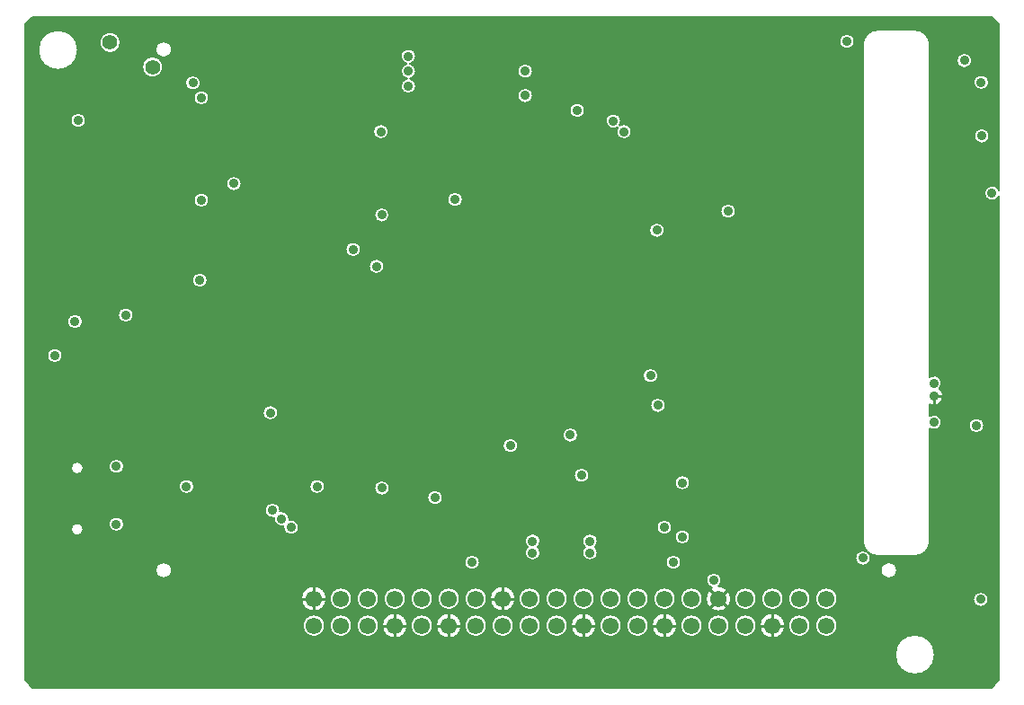
<source format=gbr>
G04 DesignSpark PCB PRO Gerber Version 10.0 Build 5299*
G04 #@! TF.Part,Single*
G04 #@! TF.FileFunction,Copper,L3,Inr*
G04 #@! TF.FilePolarity,Positive*
%FSLAX35Y35*%
%MOIN*%
%ADD10C,0.00500*%
%ADD108C,0.00984*%
G04 #@! TA.AperFunction,ViaPad*
%ADD109C,0.03543*%
%ADD13C,0.05600*%
G04 #@! TA.AperFunction,ComponentPad*
%ADD111C,0.06102*%
G04 #@! TD.AperFunction*
X0Y0D02*
D02*
D10*
X9543Y252053D02*
Y8578D01*
X12227Y5894D01*
X367906D01*
X370590Y8578D01*
Y188239D01*
G75*
G02*
X365210Y189370I-2571J1132D01*
G01*
G75*
G02*
X370590Y190502I2809J0D01*
G01*
Y252053D01*
X367906Y254737D01*
X12227D01*
X9543Y252053D01*
X14423Y242520D02*
G75*
G02*
X29096I7337J0D01*
G01*
G75*
G02*
X14423I-7337J0D01*
G01*
X17770Y129134D02*
G75*
G02*
X23388I2809J0D01*
G01*
G75*
G02*
X17770I-2809J0D01*
G01*
X25250Y141733D02*
G75*
G02*
X30868I2809J0D01*
G01*
G75*
G02*
X25250I-2809J0D01*
G01*
X26541Y64606D02*
G75*
G02*
X31175I2317J0D01*
G01*
G75*
G02*
X26541I-2317J0D01*
G01*
Y87362D02*
G75*
G02*
X31175I2317J0D01*
G01*
G75*
G02*
X26541I-2317J0D01*
G01*
X26431Y216339D02*
G75*
G02*
X32049I2809J0D01*
G01*
G75*
G02*
X26431I-2809J0D01*
G01*
X37213Y245276D02*
G75*
G02*
X44888I3837J0D01*
G01*
G75*
G02*
X37213I-3837J0D01*
G01*
X40604Y66536D02*
G75*
G02*
X46222I2809J0D01*
G01*
G75*
G02*
X40604I-2809J0D01*
G01*
Y87993D02*
G75*
G02*
X46222I2809J0D01*
G01*
G75*
G02*
X40604I-2809J0D01*
G01*
X44029Y144134D02*
G75*
G02*
X49647I2809J0D01*
G01*
G75*
G02*
X44029I-2809J0D01*
G01*
X52961Y236221D02*
G75*
G02*
X60636I3837J0D01*
G01*
G75*
G02*
X52961I-3837J0D01*
G01*
X57927Y49409D02*
G75*
G02*
X63939I3006J0D01*
G01*
G75*
G02*
X57927I-3006J0D01*
G01*
X57927Y242717D02*
G75*
G02*
X63939I3006J0D01*
G01*
G75*
G02*
X57927I-3006J0D01*
G01*
X66589Y80512D02*
G75*
G02*
X72207I2809J0D01*
G01*
G75*
G02*
X66589I-2809J0D01*
G01*
X68950Y230315D02*
G75*
G02*
X74569I2809J0D01*
G01*
G75*
G02*
X68950I-2809J0D01*
G01*
X71509Y157087D02*
G75*
G02*
X77128I2809J0D01*
G01*
G75*
G02*
X71509I-2809J0D01*
G01*
X72100Y186811D02*
G75*
G02*
X77718I2809J0D01*
G01*
G75*
G02*
X72100I-2809J0D01*
G01*
Y224804D02*
G75*
G02*
X77718I2809J0D01*
G01*
G75*
G02*
X72100I-2809J0D01*
G01*
X84151Y192914D02*
G75*
G02*
X89769I2809J0D01*
G01*
G75*
G02*
X84151I-2809J0D01*
G01*
X97691Y107874D02*
G75*
G02*
X103309I2809J0D01*
G01*
G75*
G02*
X97691I-2809J0D01*
G01*
X107407Y68056D02*
G75*
G02*
X110986Y65355I770J-2702D01*
G01*
G75*
G02*
X105368I-2809J0D01*
G01*
G75*
G02*
X105404Y65803I2808J1D01*
G01*
G75*
G02*
X101853Y68902I-770J2701D01*
G01*
G75*
G02*
X98478Y71654I-566J2752D01*
G01*
G75*
G02*
X104096I2809J0D01*
G01*
G75*
G02*
X104068Y71256I-2809J0D01*
G01*
G75*
G02*
X107443Y68504I566J-2752D01*
G01*
G75*
G02*
X107407Y68056I-2808J-1D01*
G01*
X111939Y38859D02*
G75*
G02*
X121297I4679J0D01*
G01*
G75*
G02*
X111939I-4679J0D01*
G01*
X112529Y28859D02*
G75*
G02*
X120706I4089J0D01*
G01*
G75*
G02*
X112529I-4089J0D01*
G01*
X115013Y80512D02*
G75*
G02*
X120631I2809J0D01*
G01*
G75*
G02*
X115013I-2809J0D01*
G01*
X122529Y28859D02*
G75*
G02*
X130706I4089J0D01*
G01*
G75*
G02*
X122529I-4089J0D01*
G01*
Y38859D02*
G75*
G02*
X130706I4089J0D01*
G01*
G75*
G02*
X122529I-4089J0D01*
G01*
X128399Y168504D02*
G75*
G02*
X134017I2809J0D01*
G01*
G75*
G02*
X128399I-2809J0D01*
G01*
X132529Y28859D02*
G75*
G02*
X140706I4089J0D01*
G01*
G75*
G02*
X132529I-4089J0D01*
G01*
Y38859D02*
G75*
G02*
X140706I4089J0D01*
G01*
G75*
G02*
X132529I-4089J0D01*
G01*
X137061Y162205D02*
G75*
G02*
X142679I2809J0D01*
G01*
G75*
G02*
X137061I-2809J0D01*
G01*
X139029Y79922D02*
G75*
G02*
X144647I2809J0D01*
G01*
G75*
G02*
X139029I-2809J0D01*
G01*
X141939Y28859D02*
G75*
G02*
X151297I4679J0D01*
G01*
G75*
G02*
X141939I-4679J0D01*
G01*
X142529Y38859D02*
G75*
G02*
X150706I4089J0D01*
G01*
G75*
G02*
X142529I-4089J0D01*
G01*
X138635Y212224D02*
G75*
G02*
X144254I2809J0D01*
G01*
G75*
G02*
X138635I-2809J0D01*
G01*
X141838Y184108D02*
G75*
G02*
X144647Y181299I0J-2809D01*
G01*
G75*
G02*
X141838Y178490I-2809J0D01*
G01*
G75*
G02*
X139029Y181299I0J2809D01*
G01*
G75*
G02*
X141838Y184108I2809J0D01*
G01*
X148871Y240158D02*
G75*
G02*
X154489I2809J0D01*
G01*
G75*
G02*
X152224Y237402I-2809J0D01*
G01*
G75*
G02*
Y231891I-544J-2756D01*
G01*
G75*
G02*
X154489Y229135I-544J-2756D01*
G01*
G75*
G02*
X148871I-2809J0D01*
G01*
G75*
G02*
X151137Y231891I2809J0D01*
G01*
G75*
G02*
Y237402I544J2756D01*
G01*
G75*
G02*
X148871Y240158I544J2756D01*
G01*
X152529Y28859D02*
G75*
G02*
X160706I4089J0D01*
G01*
G75*
G02*
X152529I-4089J0D01*
G01*
Y38859D02*
G75*
G02*
X160706I4089J0D01*
G01*
G75*
G02*
X152529I-4089J0D01*
G01*
X158714Y76378D02*
G75*
G02*
X164332I2809J0D01*
G01*
G75*
G02*
X158714I-2809J0D01*
G01*
X161939Y28859D02*
G75*
G02*
X171297I4679J0D01*
G01*
G75*
G02*
X161939I-4679J0D01*
G01*
X162529Y38859D02*
G75*
G02*
X170706I4089J0D01*
G01*
G75*
G02*
X162529I-4089J0D01*
G01*
X166194Y187008D02*
G75*
G02*
X171813I2809J0D01*
G01*
G75*
G02*
X166194I-2809J0D01*
G01*
X172494Y52363D02*
G75*
G02*
X178112I2809J0D01*
G01*
G75*
G02*
X172494I-2809J0D01*
G01*
X172529Y28859D02*
G75*
G02*
X180706I4089J0D01*
G01*
G75*
G02*
X172529I-4089J0D01*
G01*
Y38859D02*
G75*
G02*
X180706I4089J0D01*
G01*
G75*
G02*
X172529I-4089J0D01*
G01*
X181939D02*
G75*
G02*
X191297I4679J0D01*
G01*
G75*
G02*
X181939I-4679J0D01*
G01*
X182529Y28859D02*
G75*
G02*
X190706I4089J0D01*
G01*
G75*
G02*
X182529I-4089J0D01*
G01*
X186667Y95670D02*
G75*
G02*
X192285I2809J0D01*
G01*
G75*
G02*
X186667I-2809J0D01*
G01*
X192179Y225591D02*
G75*
G02*
X197797I2809J0D01*
G01*
G75*
G02*
X192179I-2809J0D01*
G01*
X192529Y28859D02*
G75*
G02*
X200706I4089J0D01*
G01*
G75*
G02*
X192529I-4089J0D01*
G01*
Y38859D02*
G75*
G02*
X200706I4089J0D01*
G01*
G75*
G02*
X192529I-4089J0D01*
G01*
X194935Y60237D02*
G75*
G02*
X200553I2809J0D01*
G01*
G75*
G02*
X199533Y58071I-2809J0D01*
G01*
G75*
G02*
X200553Y55906I-1789J-2165D01*
G01*
G75*
G02*
X194935I-2809J0D01*
G01*
G75*
G02*
X195954Y58071I2809J0D01*
G01*
G75*
G02*
X194935Y60237I1789J2165D01*
G01*
X192179Y234646D02*
G75*
G02*
X197797I2809J0D01*
G01*
G75*
G02*
X192179I-2809J0D01*
G01*
X202529Y28859D02*
G75*
G02*
X210706I4089J0D01*
G01*
G75*
G02*
X202529I-4089J0D01*
G01*
Y38859D02*
G75*
G02*
X210706I4089J0D01*
G01*
G75*
G02*
X202529I-4089J0D01*
G01*
X208911Y99607D02*
G75*
G02*
X214530I2809J0D01*
G01*
G75*
G02*
X208911I-2809J0D01*
G01*
X211939Y28859D02*
G75*
G02*
X221297I4679J0D01*
G01*
G75*
G02*
X211939I-4679J0D01*
G01*
X212529Y38859D02*
G75*
G02*
X220706I4089J0D01*
G01*
G75*
G02*
X212529I-4089J0D01*
G01*
X213045Y84646D02*
G75*
G02*
X218663I2809J0D01*
G01*
G75*
G02*
X213045I-2809J0D01*
G01*
X216194Y60237D02*
G75*
G02*
X221813I2809J0D01*
G01*
G75*
G02*
X220793Y58071I-2809J0D01*
G01*
G75*
G02*
X221813Y55906I-1789J-2165D01*
G01*
G75*
G02*
X216194I-2809J0D01*
G01*
G75*
G02*
X217214Y58071I2809J0D01*
G01*
G75*
G02*
X216194Y60237I1789J2165D01*
G01*
X211470Y220079D02*
G75*
G02*
X217088I2809J0D01*
G01*
G75*
G02*
X211470I-2809J0D01*
G01*
X222529Y28859D02*
G75*
G02*
X230706I4089J0D01*
G01*
G75*
G02*
X222529I-4089J0D01*
G01*
Y38859D02*
G75*
G02*
X230706I4089J0D01*
G01*
G75*
G02*
X222529I-4089J0D01*
G01*
X229899Y214439D02*
G75*
G02*
X234411Y212205I1703J-2234D01*
G01*
G75*
G02*
X228793I-2809J0D01*
G01*
G75*
G02*
X229368Y213908I2809J0D01*
G01*
G75*
G02*
X224856Y216142I-1703J2234D01*
G01*
G75*
G02*
X230474I2809J0D01*
G01*
G75*
G02*
X229899Y214439I-2809J0D01*
G01*
X232529Y28859D02*
G75*
G02*
X240706I4089J0D01*
G01*
G75*
G02*
X232529I-4089J0D01*
G01*
Y38859D02*
G75*
G02*
X240706I4089J0D01*
G01*
G75*
G02*
X232529I-4089J0D01*
G01*
X238636Y121654D02*
G75*
G02*
X244254I2809J0D01*
G01*
G75*
G02*
X238636I-2809J0D01*
G01*
X241392Y110630D02*
G75*
G02*
X247010I2809J0D01*
G01*
G75*
G02*
X241392I-2809J0D01*
G01*
X241939Y28859D02*
G75*
G02*
X251297I4679J0D01*
G01*
G75*
G02*
X241939I-4679J0D01*
G01*
X242529Y38859D02*
G75*
G02*
X250706I4089J0D01*
G01*
G75*
G02*
X242529I-4089J0D01*
G01*
X243754Y65355D02*
G75*
G02*
X249372I2809J0D01*
G01*
G75*
G02*
X243754I-2809J0D01*
G01*
X247100Y52363D02*
G75*
G02*
X252718I2809J0D01*
G01*
G75*
G02*
X247100I-2809J0D01*
G01*
X252529Y28859D02*
G75*
G02*
X260706I4089J0D01*
G01*
G75*
G02*
X252529I-4089J0D01*
G01*
Y38859D02*
G75*
G02*
X260706I4089J0D01*
G01*
G75*
G02*
X252529I-4089J0D01*
G01*
X240998Y175591D02*
G75*
G02*
X246616I2809J0D01*
G01*
G75*
G02*
X240998I-2809J0D01*
G01*
X250447Y61811D02*
G75*
G02*
X256065I2809J0D01*
G01*
G75*
G02*
X250447I-2809J0D01*
G01*
Y81890D02*
G75*
G02*
X256065I2809J0D01*
G01*
G75*
G02*
X250447I-2809J0D01*
G01*
X266698Y43537D02*
G75*
G02*
X271297Y38859I-80J-4678D01*
G01*
G75*
G02*
X261939I-4679J0D01*
G01*
G75*
G02*
X264294Y42920I4679J0D01*
G01*
G75*
G02*
X262061Y45670I575J2750D01*
G01*
G75*
G02*
X267679I2809J0D01*
G01*
G75*
G02*
X266698Y43537I-2809J0D01*
G01*
X262529Y28859D02*
G75*
G02*
X270706I4089J0D01*
G01*
G75*
G02*
X262529I-4089J0D01*
G01*
X267376Y182678D02*
G75*
G02*
X272994I2809J0D01*
G01*
G75*
G02*
X267376I-2809J0D01*
G01*
X272529Y28859D02*
G75*
G02*
X280706I4089J0D01*
G01*
G75*
G02*
X272529I-4089J0D01*
G01*
Y38859D02*
G75*
G02*
X280706I4089J0D01*
G01*
G75*
G02*
X272529I-4089J0D01*
G01*
X281939Y28859D02*
G75*
G02*
X291297I4679J0D01*
G01*
G75*
G02*
X281939I-4679J0D01*
G01*
X282529Y38859D02*
G75*
G02*
X290706I4089J0D01*
G01*
G75*
G02*
X282529I-4089J0D01*
G01*
X292529Y28859D02*
G75*
G02*
X300706I4089J0D01*
G01*
G75*
G02*
X292529I-4089J0D01*
G01*
Y38859D02*
G75*
G02*
X300706I4089J0D01*
G01*
G75*
G02*
X292529I-4089J0D01*
G01*
X302529Y28859D02*
G75*
G02*
X310706I4089J0D01*
G01*
G75*
G02*
X302529I-4089J0D01*
G01*
Y38859D02*
G75*
G02*
X310706I4089J0D01*
G01*
G75*
G02*
X302529I-4089J0D01*
G01*
X311470Y245670D02*
G75*
G02*
X317088I2809J0D01*
G01*
G75*
G02*
X311470I-2809J0D01*
G01*
X317376Y53937D02*
G75*
G02*
X322994I2809J0D01*
G01*
G75*
G02*
X317376I-2809J0D01*
G01*
X348442Y116810D02*
G75*
G02*
X344976Y110970I-1879J-2833D01*
G01*
Y106649D01*
G75*
G02*
X349372Y104331I1586J-2319D01*
G01*
G75*
G02*
X344976Y102012I-2809J0D01*
G01*
Y60236D01*
G75*
G02*
X339476Y54736I-5500J0D01*
G01*
X325697D01*
G75*
G02*
X320197Y60236I0J5500D01*
G01*
Y244488D01*
G75*
G02*
X325697Y249988I5500J0D01*
G01*
X339476D01*
G75*
G02*
X344976Y244488I0J-5500D01*
G01*
Y121216D01*
G75*
G02*
X348442Y116810I1586J-2319D01*
G01*
X326825Y49409D02*
G75*
G02*
X332837I3006J0D01*
G01*
G75*
G02*
X326825I-3006J0D01*
G01*
X332140Y18110D02*
G75*
G02*
X346813I7337J0D01*
G01*
G75*
G02*
X332140I-7337J0D01*
G01*
X354974Y238583D02*
G75*
G02*
X360592I2809J0D01*
G01*
G75*
G02*
X354974I-2809J0D01*
G01*
X359502Y103150D02*
G75*
G02*
X365120I2809J0D01*
G01*
G75*
G02*
X359502I-2809J0D01*
G01*
X361076Y38583D02*
G75*
G02*
X366694I2809J0D01*
G01*
G75*
G02*
X361076I-2809J0D01*
G01*
X361273Y230512D02*
G75*
G02*
X366891I2809J0D01*
G01*
G75*
G02*
X361273I-2809J0D01*
G01*
X361470Y210630D02*
G75*
G02*
X367088I2809J0D01*
G01*
G75*
G02*
X361470I-2809J0D01*
G01*
X9793Y18110D02*
G36*
X9793Y18110D02*
Y8328D01*
X11977Y6144D01*
X368156D01*
X370340Y8328D01*
Y18110D01*
X346813D01*
G75*
G02*
X332140I-7337J0D01*
G01*
X9793D01*
G37*
Y28859D02*
G36*
X9793Y28859D02*
Y18110D01*
X332140D01*
G75*
G02*
X346813I7337J0D01*
G01*
X370340D01*
Y28859D01*
X310706D01*
G75*
G02*
X302529I-4089J0D01*
G01*
X300706D01*
G75*
G02*
X292529I-4089J0D01*
G01*
X291297D01*
G75*
G02*
X281939I-4679J0D01*
G01*
X280706D01*
G75*
G02*
X272529I-4089J0D01*
G01*
X270706D01*
G75*
G02*
X262529I-4089J0D01*
G01*
X260706D01*
G75*
G02*
X252529I-4089J0D01*
G01*
X251297D01*
G75*
G02*
X241939I-4679J0D01*
G01*
X240706D01*
G75*
G02*
X232529I-4089J0D01*
G01*
X230706D01*
G75*
G02*
X222529I-4089J0D01*
G01*
X221297D01*
G75*
G02*
X211939I-4679J0D01*
G01*
X210706D01*
G75*
G02*
X202529I-4089J0D01*
G01*
X200706D01*
G75*
G02*
X192529I-4089J0D01*
G01*
X190706D01*
G75*
G02*
X182529I-4089J0D01*
G01*
X180706D01*
G75*
G02*
X172529I-4089J0D01*
G01*
X171297D01*
G75*
G02*
X161939I-4679J0D01*
G01*
X160706D01*
G75*
G02*
X152529I-4089J0D01*
G01*
X151297D01*
G75*
G02*
X141939I-4679J0D01*
G01*
X140706D01*
G75*
G02*
X132529I-4089J0D01*
G01*
X130706D01*
G75*
G02*
X122529I-4089J0D01*
G01*
X120706D01*
G75*
G02*
X112529I-4089J0D01*
G01*
X9793D01*
G37*
Y38859D02*
G36*
X9793Y38859D02*
Y28859D01*
X112529D01*
G75*
G02*
X120706I4089J0D01*
G01*
X122529D01*
G75*
G02*
X130706I4089J0D01*
G01*
X132529D01*
G75*
G02*
X140706I4089J0D01*
G01*
X141939D01*
G75*
G02*
X151297I4679J0D01*
G01*
X152529D01*
G75*
G02*
X160706I4089J0D01*
G01*
X161939D01*
G75*
G02*
X171297I4679J0D01*
G01*
X172529D01*
G75*
G02*
X180706I4089J0D01*
G01*
X182529D01*
G75*
G02*
X190706I4089J0D01*
G01*
X192529D01*
G75*
G02*
X200706I4089J0D01*
G01*
X202529D01*
G75*
G02*
X210706I4089J0D01*
G01*
X211939D01*
G75*
G02*
X221297I4679J0D01*
G01*
X222529D01*
G75*
G02*
X230706I4089J0D01*
G01*
X232529D01*
G75*
G02*
X240706I4089J0D01*
G01*
X241939D01*
G75*
G02*
X251297I4679J0D01*
G01*
X252529D01*
G75*
G02*
X260706I4089J0D01*
G01*
X262529D01*
G75*
G02*
X270706I4089J0D01*
G01*
X272529D01*
G75*
G02*
X280706I4089J0D01*
G01*
X281939D01*
G75*
G02*
X291297I4679J0D01*
G01*
X292529D01*
G75*
G02*
X300706I4089J0D01*
G01*
X302529D01*
G75*
G02*
X310706I4089J0D01*
G01*
X370340D01*
Y38859D01*
X366681D01*
G75*
G02*
X366694Y38583I-2796J-274D01*
G01*
G75*
G02*
X361076I-2809J0D01*
G01*
G75*
G02*
X361090Y38859I2809J2D01*
G01*
X310706D01*
G75*
G02*
X302529I-4089J0D01*
G01*
X300706D01*
G75*
G02*
X292529I-4089J0D01*
G01*
X290706D01*
G75*
G02*
X282529I-4089J0D01*
G01*
X280706D01*
G75*
G02*
X272529I-4089J0D01*
G01*
X271297D01*
G75*
G02*
X261939I-4679J0D01*
G01*
X260706D01*
G75*
G02*
X252529I-4089J0D01*
G01*
X250706D01*
G75*
G02*
X242529I-4089J0D01*
G01*
X240706D01*
G75*
G02*
X232529I-4089J0D01*
G01*
X230706D01*
G75*
G02*
X222529I-4089J0D01*
G01*
X220706D01*
G75*
G02*
X212529I-4089J0D01*
G01*
X210706D01*
G75*
G02*
X202529I-4089J0D01*
G01*
X200706D01*
G75*
G02*
X192529I-4089J0D01*
G01*
X191297D01*
G75*
G02*
X181939I-4679J0D01*
G01*
X180706D01*
G75*
G02*
X172529I-4089J0D01*
G01*
X170706D01*
G75*
G02*
X162529I-4089J0D01*
G01*
X160706D01*
G75*
G02*
X152529I-4089J0D01*
G01*
X150706D01*
G75*
G02*
X142529I-4089J0D01*
G01*
X140706D01*
G75*
G02*
X132529I-4089J0D01*
G01*
X130706D01*
G75*
G02*
X122529I-4089J0D01*
G01*
X121297D01*
G75*
G02*
X111939I-4679J0D01*
G01*
X9793D01*
G37*
Y49409D02*
G36*
X9793Y49409D02*
Y38859D01*
X111939D01*
G75*
G02*
X121297I4679J0D01*
G01*
X122529D01*
G75*
G02*
X130706I4089J0D01*
G01*
X132529D01*
G75*
G02*
X140706I4089J0D01*
G01*
X142529D01*
G75*
G02*
X150706I4089J0D01*
G01*
X152529D01*
G75*
G02*
X160706I4089J0D01*
G01*
X162529D01*
G75*
G02*
X170706I4089J0D01*
G01*
X172529D01*
G75*
G02*
X180706I4089J0D01*
G01*
X181939D01*
G75*
G02*
X191297I4679J0D01*
G01*
X192529D01*
G75*
G02*
X200706I4089J0D01*
G01*
X202529D01*
G75*
G02*
X210706I4089J0D01*
G01*
X212529D01*
G75*
G02*
X220706I4089J0D01*
G01*
X222529D01*
G75*
G02*
X230706I4089J0D01*
G01*
X232529D01*
G75*
G02*
X240706I4089J0D01*
G01*
X242529D01*
G75*
G02*
X250706I4089J0D01*
G01*
X252529D01*
G75*
G02*
X260706I4089J0D01*
G01*
X261939D01*
Y38859D01*
G75*
G02*
X264294Y42920I4678J0D01*
G01*
G75*
G02*
X262061Y45670I575J2750D01*
G01*
G75*
G02*
X267679I2809J0D01*
G01*
G75*
G02*
X266698Y43537I-2811J1D01*
G01*
G75*
G02*
X271297Y38859I-80J-4678D01*
G01*
X272529D01*
G75*
G02*
X280706I4089J0D01*
G01*
X282529D01*
G75*
G02*
X290706I4089J0D01*
G01*
X292529D01*
G75*
G02*
X300706I4089J0D01*
G01*
X302529D01*
G75*
G02*
X310706I4089J0D01*
G01*
X361090D01*
G75*
G02*
X366681I2796J-276D01*
G01*
X370340D01*
Y49409D01*
X332837D01*
G75*
G02*
X326825I-3006J0D01*
G01*
X63939D01*
G75*
G02*
X57927I-3006J0D01*
G01*
X9793D01*
G37*
Y52363D02*
G36*
X9793Y52363D02*
Y49409D01*
X57927D01*
G75*
G02*
X60372Y52363I3006J0D01*
G01*
X9793D01*
G37*
X61493D02*
G36*
X61493Y52363D02*
G75*
G02*
X63939Y49409I-561J-2953D01*
G01*
X326825D01*
G75*
G02*
X329270Y52363I3006J0D01*
G01*
X322511D01*
G75*
G02*
X317859I-2326J1575D01*
G01*
X252718D01*
G75*
G02*
X247100I-2809J0D01*
G01*
X178112D01*
G75*
G02*
X172494I-2809J0D01*
G01*
X61493D01*
G37*
X330391D02*
G36*
X330391Y52363D02*
G75*
G02*
X332837Y49409I-561J-2953D01*
G01*
X370340D01*
Y52363D01*
X330391D01*
G37*
X9793Y58071D02*
G36*
X9793Y58071D02*
Y52363D01*
X60372D01*
G75*
G02*
X61493I561J-2953D01*
G01*
X172494D01*
G75*
G02*
X178112I2809J0D01*
G01*
X247100D01*
G75*
G02*
X252718I2809J0D01*
G01*
X317859D01*
G75*
G02*
X317376Y53937I2326J1575D01*
G01*
G75*
G02*
X322994I2809J0D01*
G01*
G75*
G02*
X322511Y52363I-2809J0D01*
G01*
X329270D01*
G75*
G02*
X330391I561J-2953D01*
G01*
X370340D01*
Y58071D01*
X344532D01*
G75*
G02*
X339476Y54736I-5056J2165D01*
G01*
X325697D01*
G75*
G02*
X320641Y58071I0J5500D01*
G01*
X220793D01*
G75*
G02*
X221813Y55906I-1789J-2165D01*
G01*
G75*
G02*
X216194I-2809J0D01*
G01*
G75*
G02*
X217214Y58071I2809J0D01*
G01*
X199533D01*
G75*
G02*
X200553Y55906I-1789J-2165D01*
G01*
G75*
G02*
X194935I-2809J0D01*
G01*
G75*
G02*
X195954Y58071I2809J0D01*
G01*
X9793D01*
G37*
Y61811D02*
G36*
X9793Y61811D02*
Y58071D01*
X195954D01*
G75*
G02*
X194935Y60237I1789J2165D01*
G01*
G75*
G02*
X195418Y61811I2809J0D01*
G01*
X9793D01*
G37*
X200070D02*
G36*
X200070Y61811D02*
G75*
G02*
X200553Y60237I-2326J-1575D01*
G01*
G75*
G02*
X199533Y58071I-2809J0D01*
G01*
X217214D01*
G75*
G02*
X216194Y60237I1789J2165D01*
G01*
G75*
G02*
X216678Y61811I2809J0D01*
G01*
X200070D01*
G37*
X221330D02*
G36*
X221330Y61811D02*
G75*
G02*
X221813Y60237I-2326J-1575D01*
G01*
G75*
G02*
X220793Y58071I-2809J0D01*
G01*
X320641D01*
G75*
G02*
X320197Y60236I5056J2165D01*
G01*
Y61811D01*
X256065D01*
G75*
G02*
X250447I-2809J0D01*
G01*
X221330D01*
G37*
X344976Y60236D02*
G36*
X344976Y60236D02*
G75*
G02*
X344532Y58071I-5500J0D01*
G01*
X370340D01*
Y61811D01*
X344976D01*
Y60236D01*
G37*
X9793Y64606D02*
G36*
X9793Y64606D02*
Y61811D01*
X195418D01*
G75*
G02*
X200070I2326J-1575D01*
G01*
X216678D01*
G75*
G02*
X221330I2326J-1575D01*
G01*
X250447D01*
G75*
G02*
X252974Y64606I2809J0D01*
G01*
X249270D01*
G75*
G02*
X243856I-2707J748D01*
G01*
X110884D01*
G75*
G02*
X105469I-2707J748D01*
G01*
X45454D01*
G75*
G02*
X41372I-2041J1930D01*
G01*
X31175D01*
G75*
G02*
X26541I-2317J0D01*
G01*
X9793D01*
G37*
X253538D02*
G36*
X253538Y64606D02*
G75*
G02*
X256065Y61811I-282J-2795D01*
G01*
X320197D01*
Y64606D01*
X253538D01*
G37*
X344976D02*
G36*
X344976Y64606D02*
Y61811D01*
X370340D01*
Y64606D01*
X344976D01*
G37*
X9793Y76378D02*
G36*
X9793Y76378D02*
Y64606D01*
X26541D01*
G75*
G02*
X31175I2317J0D01*
G01*
X41372D01*
G75*
G02*
X40604Y66536I2041J1930D01*
G01*
G75*
G02*
X46222I2809J0D01*
G01*
G75*
G02*
X45454Y64606I-2809J0D01*
G01*
X105469D01*
G75*
G02*
X105368Y65355I2707J748D01*
G01*
G75*
G02*
X105404Y65803I2844J-2D01*
G01*
G75*
G02*
X101824Y68504I-770J2701D01*
G01*
G75*
G02*
X101853Y68902I2810J0D01*
G01*
G75*
G02*
X98478Y71654I-566J2752D01*
G01*
G75*
G02*
X104096I2809J0D01*
G01*
Y71654D01*
G75*
G02*
X104068Y71256I-2803J0D01*
G01*
G75*
G02*
X107443Y68504I566J-2752D01*
G01*
G75*
G02*
X107407Y68056I-2844J2D01*
G01*
G75*
G02*
X110986Y65355I770J-2701D01*
G01*
Y65355D01*
G75*
G02*
X110884Y64606I-2809J0D01*
G01*
X243856D01*
G75*
G02*
X243754Y65355I2707J748D01*
G01*
G75*
G02*
X249372I2809J0D01*
G01*
G75*
G02*
X249270Y64606I-2809J0D01*
G01*
X252974D01*
G75*
G02*
X253538I282J-2796D01*
G01*
X320197D01*
Y76378D01*
X164332D01*
G75*
G02*
X158714I-2809J0D01*
G01*
X9793D01*
G37*
X344976D02*
G36*
X344976Y76378D02*
Y64606D01*
X370340D01*
Y76378D01*
X344976D01*
G37*
X9793Y80512D02*
G36*
X9793Y80512D02*
Y76378D01*
X158714D01*
G75*
G02*
X164332I2809J0D01*
G01*
X320197D01*
Y80512D01*
X255704D01*
G75*
G02*
X250808I-2448J1378D01*
G01*
X144585D01*
G75*
G02*
X144647Y79922I-2746J-590D01*
G01*
G75*
G02*
X139029I-2809J0D01*
G01*
G75*
G02*
X139092Y80512I2809J1D01*
G01*
X120631D01*
G75*
G02*
X115013I-2809J0D01*
G01*
X72207D01*
G75*
G02*
X66589I-2809J0D01*
G01*
X9793D01*
G37*
X344976D02*
G36*
X344976Y80512D02*
Y76378D01*
X370340D01*
Y80512D01*
X344976D01*
G37*
X9793Y84646D02*
G36*
X9793Y84646D02*
Y80512D01*
X66589D01*
G75*
G02*
X72207I2809J0D01*
G01*
X115013D01*
G75*
G02*
X120631I2809J0D01*
G01*
X139092D01*
G75*
G02*
X144585I2746J-591D01*
G01*
X250808D01*
G75*
G02*
X250447Y81890I2448J1378D01*
G01*
G75*
G02*
X252714Y84646I2809J0D01*
G01*
X218663D01*
G75*
G02*
X213045I-2809J0D01*
G01*
X9793D01*
G37*
X256065Y81890D02*
G36*
X256065Y81890D02*
G75*
G02*
X255704Y80512I-2809J0D01*
G01*
X320197D01*
Y84646D01*
X253798D01*
G75*
G02*
X256065Y81890I-542J-2756D01*
G01*
G37*
X344976Y84646D02*
G36*
X344976Y84646D02*
Y80512D01*
X370340D01*
Y84646D01*
X344976D01*
G37*
X9793Y87362D02*
G36*
X9793Y87362D02*
Y84646D01*
X213045D01*
G75*
G02*
X215137Y87362I2809J0D01*
G01*
X46150D01*
G75*
G02*
X40676I-2737J630D01*
G01*
X31175D01*
G75*
G02*
X26541I-2317J0D01*
G01*
X9793D01*
G37*
X216570D02*
G36*
X216570Y87362D02*
G75*
G02*
X218663Y84646I-717J-2716D01*
G01*
X252714D01*
G75*
G02*
X253798I542J-2756D01*
G01*
X320197D01*
Y87362D01*
X216570D01*
G37*
X344976D02*
G36*
X344976Y87362D02*
Y84646D01*
X370340D01*
Y87362D01*
X344976D01*
G37*
X9793Y95670D02*
G36*
X9793Y95670D02*
Y87362D01*
X26541D01*
G75*
G02*
X31175I2317J0D01*
G01*
X40676D01*
G75*
G02*
X40604Y87993I2737J630D01*
G01*
G75*
G02*
X46222I2809J0D01*
G01*
G75*
G02*
X46150Y87362I-2809J0D01*
G01*
X215137D01*
G75*
G02*
X216570I717J-2716D01*
G01*
X320197D01*
Y95670D01*
X192285D01*
G75*
G02*
X186667I-2809J0D01*
G01*
X9793D01*
G37*
X344976D02*
G36*
X344976Y95670D02*
Y87362D01*
X370340D01*
Y95670D01*
X344976D01*
G37*
X9793Y99607D02*
G36*
X9793Y99607D02*
Y95670D01*
X186667D01*
G75*
G02*
X192285I2809J0D01*
G01*
X320197D01*
Y99607D01*
X214530D01*
G75*
G02*
X208911I-2809J0D01*
G01*
X9793D01*
G37*
X344976D02*
G36*
X344976Y99607D02*
Y95670D01*
X370340D01*
Y99607D01*
X344976D01*
G37*
X9793Y103150D02*
G36*
X9793Y103150D02*
Y99607D01*
X208911D01*
G75*
G02*
X214530I2809J0D01*
G01*
X320197D01*
Y103150D01*
X9793D01*
G37*
X344976Y102012D02*
G36*
X344976Y102012D02*
Y99607D01*
X370340D01*
Y103150D01*
X365120D01*
G75*
G02*
X359502I-2809J0D01*
G01*
X349111D01*
G75*
G02*
X344976Y102012I-2549J1181D01*
G01*
G37*
X9793Y107874D02*
G36*
X9793Y107874D02*
Y103150D01*
X320197D01*
Y107874D01*
X244746D01*
G75*
G02*
X243655I-546J2755D01*
G01*
X103309D01*
G75*
G02*
X97691I-2809J0D01*
G01*
X9793D01*
G37*
X344976D02*
G36*
X344976Y107874D02*
Y106649D01*
G75*
G02*
X349372Y104331I1586J-2319D01*
G01*
G75*
G02*
X349111Y103150I-2809J0D01*
G01*
X359502D01*
G75*
G02*
X365120I2809J0D01*
G01*
X370340D01*
Y107874D01*
X344976D01*
G37*
X9793Y110630D02*
G36*
X9793Y110630D02*
Y107874D01*
X97691D01*
G75*
G02*
X99954Y110630I2809J0D01*
G01*
X9793D01*
G37*
X101045D02*
G36*
X101045Y110630D02*
G75*
G02*
X103309Y107874I-546J-2756D01*
G01*
X243655D01*
G75*
G02*
X241392Y110630I546J2756D01*
G01*
X101045D01*
G37*
X247010D02*
G36*
X247010Y110630D02*
G75*
G02*
X244746Y107874I-2809J0D01*
G01*
X320197D01*
Y110630D01*
X247010D01*
G37*
X344976D02*
G36*
X344976Y110630D02*
Y107874D01*
X370340D01*
Y110630D01*
X347158D01*
G75*
G02*
X345967I-596J3347D01*
G01*
X344976D01*
G37*
X9793Y121654D02*
G36*
X9793Y121654D02*
Y110630D01*
X99954D01*
G75*
G02*
X101045I546J-2755D01*
G01*
X241392D01*
G75*
G02*
X247010I2809J0D01*
G01*
X320197D01*
Y121654D01*
X244254D01*
G75*
G02*
X238636I-2809J0D01*
G01*
X9793D01*
G37*
X344976Y110970D02*
G36*
X344976Y110970D02*
Y110630D01*
X345967D01*
G75*
G02*
X344976Y110970I596J3347D01*
G01*
G37*
Y121654D02*
G36*
X344976Y121654D02*
Y121216D01*
G75*
G02*
X346018Y121654I1586J-2318D01*
G01*
X344976D01*
G37*
X349372Y118898D02*
G36*
X349372Y118898D02*
G75*
G02*
X348442Y116810I-2809J0D01*
G01*
G75*
G02*
X349962Y113977I-1879J-2833D01*
G01*
G75*
G02*
X347158Y110630I-3400J0D01*
G01*
X370340D01*
Y121654D01*
X347107D01*
G75*
G02*
X349372Y118898I-544J-2756D01*
G01*
G37*
X9793Y129134D02*
G36*
X9793Y129134D02*
Y121654D01*
X238636D01*
G75*
G02*
X244254I2809J0D01*
G01*
X320197D01*
Y129134D01*
X23388D01*
G75*
G02*
X17770I-2809J0D01*
G01*
X9793D01*
G37*
X344976D02*
G36*
X344976Y129134D02*
Y121654D01*
X346018D01*
G75*
G02*
X347107I544J-2756D01*
G01*
X370340D01*
Y129134D01*
X344976D01*
G37*
X9793Y141733D02*
G36*
X9793Y141733D02*
Y129134D01*
X17770D01*
G75*
G02*
X23388I2809J0D01*
G01*
X320197D01*
Y141733D01*
X48295D01*
G75*
G02*
X45381I-1457J2402D01*
G01*
X30868D01*
G75*
G02*
X25250I-2809J0D01*
G01*
X9793D01*
G37*
X344976D02*
G36*
X344976Y141733D02*
Y129134D01*
X370340D01*
Y141733D01*
X344976D01*
G37*
X9793Y157087D02*
G36*
X9793Y157087D02*
Y141733D01*
X25250D01*
G75*
G02*
X30868I2809J0D01*
G01*
X45381D01*
G75*
G02*
X44029Y144134I1457J2402D01*
G01*
G75*
G02*
X49647I2809J0D01*
G01*
G75*
G02*
X48295Y141733I-2809J0D01*
G01*
X320197D01*
Y157087D01*
X77128D01*
G75*
G02*
X71509I-2809J0D01*
G01*
X9793D01*
G37*
X344976D02*
G36*
X344976Y157087D02*
Y141733D01*
X370340D01*
Y157087D01*
X344976D01*
G37*
X9793Y162205D02*
G36*
X9793Y162205D02*
Y157087D01*
X71509D01*
G75*
G02*
X77128I2809J0D01*
G01*
X320197D01*
Y162205D01*
X142679D01*
G75*
G02*
X137061I-2809J0D01*
G01*
X9793D01*
G37*
X344976D02*
G36*
X344976Y162205D02*
Y157087D01*
X370340D01*
Y162205D01*
X344976D01*
G37*
X9793Y168504D02*
G36*
X9793Y168504D02*
Y162205D01*
X137061D01*
G75*
G02*
X142679I2809J0D01*
G01*
X320197D01*
Y168504D01*
X134017D01*
G75*
G02*
X128399I-2809J0D01*
G01*
X9793D01*
G37*
X344976D02*
G36*
X344976Y168504D02*
Y162205D01*
X370340D01*
Y168504D01*
X344976D01*
G37*
X9793Y175591D02*
G36*
X9793Y175591D02*
Y168504D01*
X128399D01*
G75*
G02*
X134017I2809J0D01*
G01*
X320197D01*
Y175591D01*
X246616D01*
G75*
G02*
X240998I-2809J0D01*
G01*
X9793D01*
G37*
X344976D02*
G36*
X344976Y175591D02*
Y168504D01*
X370340D01*
Y175591D01*
X344976D01*
G37*
X9793Y181299D02*
G36*
X9793Y181299D02*
Y175591D01*
X240998D01*
G75*
G02*
X246616I2809J0D01*
G01*
X320197D01*
Y181299D01*
X272633D01*
G75*
G02*
X267737I-2448J1378D01*
G01*
X144647D01*
G75*
G02*
X141838Y178490I-2809J0D01*
G01*
G75*
G02*
X139029Y181299I0J2809D01*
G01*
X9793D01*
G37*
X344976D02*
G36*
X344976Y181299D02*
Y175591D01*
X370340D01*
Y181299D01*
X344976D01*
G37*
X9793Y186811D02*
G36*
X9793Y186811D02*
Y181299D01*
X139029D01*
G75*
G02*
X141838Y184108I2809J0D01*
G01*
G75*
G02*
X144647Y181299I0J-2809D01*
G01*
X267737D01*
G75*
G02*
X267376Y182678I2448J1378D01*
G01*
G75*
G02*
X272994I2809J0D01*
G01*
G75*
G02*
X272633Y181299I-2809J0D01*
G01*
X320197D01*
Y186811D01*
X171806D01*
G75*
G02*
X166202I-2802J197D01*
G01*
X77718D01*
G75*
G02*
X72100I-2809J0D01*
G01*
X9793D01*
G37*
X344976D02*
G36*
X344976Y186811D02*
Y181299D01*
X370340D01*
Y186811D01*
X369178D01*
G75*
G02*
X366861I-1158J2559D01*
G01*
X344976D01*
G37*
X9793Y192914D02*
G36*
X9793Y192914D02*
Y186811D01*
X72100D01*
G75*
G02*
X77718I2809J0D01*
G01*
X166202D01*
G75*
G02*
X166194Y187008I2802J200D01*
G01*
G75*
G02*
X171813I2809J0D01*
G01*
G75*
G02*
X171806Y186811I-2809J3D01*
G01*
X320197D01*
Y192914D01*
X89769D01*
G75*
G02*
X84151I-2809J0D01*
G01*
X9793D01*
G37*
X344976D02*
G36*
X344976Y192914D02*
Y186811D01*
X366861D01*
G75*
G02*
X365210Y189370I1158J2559D01*
G01*
G75*
G02*
X370340Y190953I2809J0D01*
G01*
Y192914D01*
X344976D01*
G37*
X369178Y186811D02*
G36*
X369178Y186811D02*
X370340D01*
Y187788D01*
G75*
G02*
X369178Y186811I-2321J1583D01*
G01*
G37*
X9793Y212224D02*
G36*
X9793Y212224D02*
Y192914D01*
X84151D01*
G75*
G02*
X89769I2809J0D01*
G01*
X320197D01*
Y212224D01*
X234411D01*
G75*
G02*
Y212205I-2813J-10D01*
G01*
G75*
G02*
X228793I-2809J0D01*
G01*
Y212205D01*
G75*
G02*
Y212224I2791J10D01*
G01*
X144254D01*
G75*
G02*
X138635I-2809J0D01*
G01*
X9793D01*
G37*
X344976D02*
G36*
X344976Y212224D02*
Y192914D01*
X370340D01*
Y212224D01*
X366592D01*
G75*
G02*
X367088Y210630I-2313J-1594D01*
G01*
G75*
G02*
X361470I-2809J0D01*
G01*
G75*
G02*
X361966Y212224I2809J0D01*
G01*
X344976D01*
G37*
X9793Y216339D02*
G36*
X9793Y216339D02*
Y212224D01*
X138635D01*
G75*
G02*
X144254I2809J0D01*
G01*
X228793D01*
G75*
G02*
X229368Y213908I2808J-20D01*
G01*
G75*
G02*
X224856Y216142I-1703J2234D01*
G01*
G75*
G02*
X224863Y216339I2809J-2D01*
G01*
X32049D01*
G75*
G02*
X26431I-2809J0D01*
G01*
X9793D01*
G37*
X230467D02*
G36*
X230467Y216339D02*
G75*
G02*
X230474Y216142I-2802J-200D01*
G01*
Y216141D01*
G75*
G02*
X229899Y214439I-2808J0D01*
G01*
G75*
G02*
X234411Y212224I1703J-2234D01*
G01*
X320197D01*
Y216339D01*
X230467D01*
G37*
X344976D02*
G36*
X344976Y216339D02*
Y212224D01*
X361966D01*
G75*
G02*
X366592I2313J-1594D01*
G01*
X370340D01*
Y216339D01*
X344976D01*
G37*
X9793Y220079D02*
G36*
X9793Y220079D02*
Y216339D01*
X26431D01*
G75*
G02*
X32049I2809J0D01*
G01*
X224863D01*
G75*
G02*
X230467I2802J-197D01*
G01*
X320197D01*
Y220079D01*
X217088D01*
G75*
G02*
X211470I-2809J0D01*
G01*
X9793D01*
G37*
X344976D02*
G36*
X344976Y220079D02*
Y216339D01*
X370340D01*
Y220079D01*
X344976D01*
G37*
X9793Y224804D02*
G36*
X9793Y224804D02*
Y220079D01*
X211470D01*
G75*
G02*
X217088I2809J0D01*
G01*
X320197D01*
Y224804D01*
X197684D01*
G75*
G02*
X192291I-2696J787D01*
G01*
X77718D01*
G75*
G02*
X72100I-2809J0D01*
G01*
X9793D01*
G37*
X344976D02*
G36*
X344976Y224804D02*
Y220079D01*
X370340D01*
Y224804D01*
X344976D01*
G37*
X9793Y230315D02*
G36*
X9793Y230315D02*
Y224804D01*
X72100D01*
G75*
G02*
X77718I2809J0D01*
G01*
X192291D01*
G75*
G02*
X192179Y225591I2696J787D01*
G01*
G75*
G02*
X197797I2809J0D01*
G01*
G75*
G02*
X197684Y224804I-2809J0D01*
G01*
X320197D01*
Y230315D01*
X154229D01*
G75*
G02*
X154489Y229135I-2548J-1181D01*
G01*
Y229135D01*
G75*
G02*
X148871I-2809J0D01*
G01*
Y229135D01*
G75*
G02*
X149131Y230315I2809J0D01*
G01*
X74569D01*
G75*
G02*
X68950I-2809J0D01*
G01*
X9793D01*
G37*
X344976D02*
G36*
X344976Y230315D02*
Y224804D01*
X370340D01*
Y230315D01*
X366884D01*
G75*
G02*
X361280I-2802J197D01*
G01*
X344976D01*
G37*
X9793Y236221D02*
G36*
X9793Y236221D02*
Y230315D01*
X68950D01*
G75*
G02*
X74569I2809J0D01*
G01*
X149131D01*
G75*
G02*
X151137Y231891I2548J-1180D01*
G01*
G75*
G02*
X148871Y234646I544J2756D01*
G01*
G75*
G02*
X149354Y236221I2809J0D01*
G01*
X60636D01*
G75*
G02*
X52961I-3837J0D01*
G01*
X25520D01*
G75*
G02*
X17998I-3761J6299D01*
G01*
X9793D01*
G37*
X152224Y231891D02*
G36*
X152224Y231891D02*
G75*
G02*
X154229Y230315I-543J-2756D01*
G01*
X320197D01*
Y236221D01*
X197314D01*
G75*
G02*
X197797Y234646I-2326J-1575D01*
G01*
G75*
G02*
X192179I-2809J0D01*
G01*
G75*
G02*
X192662Y236221I2809J0D01*
G01*
X154007D01*
G75*
G02*
X154489Y234646I-2326J-1574D01*
G01*
G75*
G02*
X152224Y231891I-2809J0D01*
G01*
G37*
X344976Y236221D02*
G36*
X344976Y236221D02*
Y230315D01*
X361280D01*
G75*
G02*
X361273Y230512I2802J200D01*
G01*
G75*
G02*
X366891I2809J0D01*
G01*
G75*
G02*
X366884Y230315I-2809J3D01*
G01*
X370340D01*
Y236221D01*
X359303D01*
G75*
G02*
X356263I-1520J2362D01*
G01*
X344976D01*
G37*
X9793Y242520D02*
G36*
X9793Y242520D02*
Y236221D01*
X17998D01*
G75*
G02*
X14423Y242520I3761J6299D01*
G01*
X9793D01*
G37*
X29096D02*
G36*
X29096Y242520D02*
G75*
G02*
X25520Y236221I-7337J0D01*
G01*
X52961D01*
G75*
G02*
X60636I3837J0D01*
G01*
X149354D01*
G75*
G02*
X151137Y237402I2326J-1574D01*
G01*
G75*
G02*
X148871Y240158I543J2756D01*
G01*
Y240158D01*
G75*
G02*
X150159Y242520I2809J0D01*
G01*
X63933D01*
G75*
G02*
X57933I-3000J196D01*
G01*
X43721D01*
G75*
G02*
X38380I-2670J2756D01*
G01*
X29096D01*
G37*
X152224Y237402D02*
G36*
X152224Y237402D02*
G75*
G02*
X154007Y236221I-544J-2756D01*
G01*
X192662D01*
G75*
G02*
X197314I2326J-1575D01*
G01*
X320197D01*
Y242520D01*
X153201D01*
G75*
G02*
X154489Y240158I-1521J-2362D01*
G01*
Y240158D01*
G75*
G02*
X152224Y237402I-2809J0D01*
G01*
G37*
X344976Y242520D02*
G36*
X344976Y242520D02*
Y236221D01*
X356263D01*
G75*
G02*
X354974Y238583I1520J2362D01*
G01*
G75*
G02*
X360592I2809J0D01*
G01*
G75*
G02*
X359303Y236221I-2809J0D01*
G01*
X370340D01*
Y242520D01*
X344976D01*
G37*
X9793Y245670D02*
G36*
X9793Y245670D02*
Y242520D01*
X14423D01*
G75*
G02*
X15133Y245670I7337J0D01*
G01*
X9793D01*
G37*
X28385D02*
G36*
X28385Y245670D02*
G75*
G02*
X29096Y242520I-6626J-3150D01*
G01*
X38380D01*
G75*
G02*
X37213Y245276I2670J2756D01*
G01*
G75*
G02*
X37233Y245670I3838J2D01*
G01*
X28385D01*
G37*
X44888Y245276D02*
G36*
X44888Y245276D02*
G75*
G02*
X43721Y242520I-3837J0D01*
G01*
X57933D01*
G75*
G02*
X57927Y242717I3000J194D01*
G01*
G75*
G02*
X60372Y245670I3006J0D01*
G01*
X44868D01*
G75*
G02*
X44888Y245276I-3818J-392D01*
G01*
G37*
X63939Y242717D02*
G36*
X63939Y242717D02*
G75*
G02*
X63933Y242520I-3006J-2D01*
G01*
X150159D01*
G75*
G02*
X153201I1521J-2362D01*
G01*
X320197D01*
Y244488D01*
G75*
G02*
X320325Y245670I5500J0D01*
G01*
X317088D01*
G75*
G02*
X311470I-2809J0D01*
G01*
X61494D01*
G75*
G02*
X63939Y242717I-561J-2953D01*
G01*
G37*
X344976Y244488D02*
G36*
X344976Y244488D02*
Y242520D01*
X370340D01*
Y245670D01*
X344848D01*
G75*
G02*
X344976Y244488I-5372J-1181D01*
G01*
G37*
X9793Y252303D02*
G36*
X9793Y252303D02*
Y245670D01*
X15133D01*
G75*
G02*
X28385I6626J-3150D01*
G01*
X37233D01*
G75*
G02*
X44868I3817J-394D01*
G01*
X60372D01*
G75*
G02*
X61494I561J-2953D01*
G01*
X311470D01*
G75*
G02*
X317088I2809J0D01*
G01*
X320325D01*
G75*
G02*
X325697Y249988I5372J-1182D01*
G01*
X339476D01*
G75*
G02*
X344848Y245670I0J-5500D01*
G01*
X370340D01*
Y252303D01*
X368156Y254487D01*
X11977D01*
X9793Y252303D01*
G37*
D02*
D13*
X41051Y245276D03*
X56799Y236221D03*
D02*
D108*
X114059Y38859D02*
X111696D01*
X116618Y36300D02*
Y33937D01*
Y41418D02*
Y43780D01*
X119177Y38859D02*
X121539D01*
X144059Y28859D02*
X141696D01*
X146618Y26300D02*
Y23937D01*
Y31418D02*
Y33780D01*
X149177Y28859D02*
X151539D01*
X164059D02*
X161696D01*
X166618Y26300D02*
Y23937D01*
Y31418D02*
Y33780D01*
X169177Y28859D02*
X171539D01*
X184059Y38859D02*
X181696D01*
X186618Y36300D02*
Y33937D01*
Y41418D02*
Y43780D01*
X189177Y38859D02*
X191539D01*
X214059Y28859D02*
X211696D01*
X216618Y26300D02*
Y23937D01*
Y31418D02*
Y33780D01*
X219177Y28859D02*
X221539D01*
X244059D02*
X241696D01*
X246618Y26300D02*
Y23937D01*
Y31418D02*
Y33780D01*
X249177Y28859D02*
X251539D01*
X264808Y37049D02*
X263138Y35379D01*
X264808Y40668D02*
X263138Y42339D01*
X268427Y37049D02*
X270098Y35379D01*
X268427Y40668D02*
X270098Y42339D01*
X284059Y28859D02*
X281696D01*
X286618Y26300D02*
Y23937D01*
Y31418D02*
Y33780D01*
X289177Y28859D02*
X291539D01*
X346563Y112697D02*
Y110335D01*
X347842Y113977D02*
X350204D01*
D02*
D109*
X20578Y73229D03*
X20579Y129134D03*
X22547Y11811D03*
Y27559D03*
X24122Y107874D03*
X26287Y44095D03*
X28059Y141733D03*
Y148819D03*
X29240Y216339D03*
X30028Y32677D03*
Y120079D03*
X30421Y157087D03*
X30815Y196457D03*
X37508Y11811D03*
Y27559D03*
X39870Y59646D03*
X43020Y14173D03*
Y25197D03*
X43216Y96063D03*
X43413Y66536D03*
Y87993D03*
X46838Y144134D03*
X64279Y14173D03*
Y26378D03*
Y33465D03*
Y39764D03*
Y45276D03*
X65067Y110630D03*
X65460Y51969D03*
X69398Y80512D03*
X69791Y14567D03*
X71759Y230315D03*
X74319Y157087D03*
X74909Y186811D03*
Y224804D03*
X76878Y14567D03*
Y25984D03*
Y34252D03*
X77665Y215158D03*
X82193Y122638D03*
X82389Y20079D03*
Y39764D03*
Y45669D03*
Y50788D03*
X82783Y114567D03*
X86960Y192914D03*
Y199607D03*
X88295Y52363D03*
X91838Y57481D03*
X99515Y122638D03*
X100500Y107874D03*
X101287Y71654D03*
X104633Y68504D03*
X106208Y138189D03*
X106405Y155512D03*
Y173622D03*
Y205119D03*
Y244489D03*
X108177Y65355D03*
X113098Y99213D03*
X116641Y47244D03*
X117822Y80512D03*
X118019Y73820D03*
X123728Y10040D03*
X125696Y204725D03*
X131208Y168504D03*
X133374Y117323D03*
X134751Y145276D03*
X139870Y162205D03*
X141444Y212224D03*
X141838Y79922D03*
Y181299D03*
Y188189D03*
X151680Y229135D03*
Y234646D03*
Y240158D03*
X154437Y124804D03*
X154830Y181496D03*
X155224Y222835D03*
X161523Y76378D03*
X165854Y159449D03*
X169004Y187008D03*
X169791Y181103D03*
X173137Y92323D03*
X174122Y188976D03*
X175303Y52363D03*
X178846Y195276D03*
X180028Y169685D03*
X189082Y68111D03*
X189476Y95670D03*
X194988Y225591D03*
Y234646D03*
Y243701D03*
X197744Y55906D03*
Y60237D03*
X200894Y127559D03*
X211720Y99607D03*
X213098Y208268D03*
X213295Y234646D03*
X213492Y242126D03*
X214279Y220079D03*
X215854Y84646D03*
X219004Y55906D03*
Y60237D03*
X223925Y191733D03*
X224516Y152362D03*
Y165748D03*
Y178346D03*
X226090Y92520D03*
X227665Y216142D03*
X230027Y70473D03*
X231602Y212205D03*
X240264Y157874D03*
X241445Y121654D03*
X242626Y46851D03*
X243807Y175591D03*
X244201Y104724D03*
Y110630D03*
Y197244D03*
Y236614D03*
X246563Y65355D03*
X249909Y52363D03*
X253256Y61811D03*
Y81890D03*
X264870Y45670D03*
X270185Y182678D03*
X275500Y10040D03*
X279634Y79134D03*
Y118504D03*
Y157874D03*
Y236614D03*
X283177Y196851D03*
X299712Y54725D03*
X304437Y21260D03*
X314279Y245670D03*
X317035Y79134D03*
Y118504D03*
Y157874D03*
Y197244D03*
Y236614D03*
X320185Y53937D03*
X346563Y104331D03*
Y113977D03*
Y118898D03*
Y158268D03*
Y212993D03*
X357783Y238583D03*
X361917Y172048D03*
X362311Y103150D03*
X363492Y124213D03*
X363885Y38583D03*
X364082Y230512D03*
X364279Y210630D03*
X367232Y251772D03*
X367429Y33858D03*
X368019Y189370D03*
D02*
D111*
X116618Y28859D03*
Y38859D03*
X126618Y28859D03*
Y38859D03*
X136618Y28859D03*
Y38859D03*
X146618Y28859D03*
Y38859D03*
X156618Y28859D03*
Y38859D03*
X166618Y28859D03*
Y38859D03*
X176618Y28859D03*
Y38859D03*
X186618Y28859D03*
Y38859D03*
X196618Y28859D03*
Y38859D03*
X206618Y28859D03*
Y38859D03*
X216618Y28859D03*
Y38859D03*
X226618Y28859D03*
Y38859D03*
X236618Y28859D03*
Y38859D03*
X246618Y28859D03*
Y38859D03*
X256618Y28859D03*
Y38859D03*
X266618Y28859D03*
Y38859D03*
X276618Y28859D03*
Y38859D03*
X286618Y28859D03*
Y38859D03*
X296618Y28859D03*
Y38859D03*
X306618Y28859D03*
Y38859D03*
X0Y0D02*
M02*

</source>
